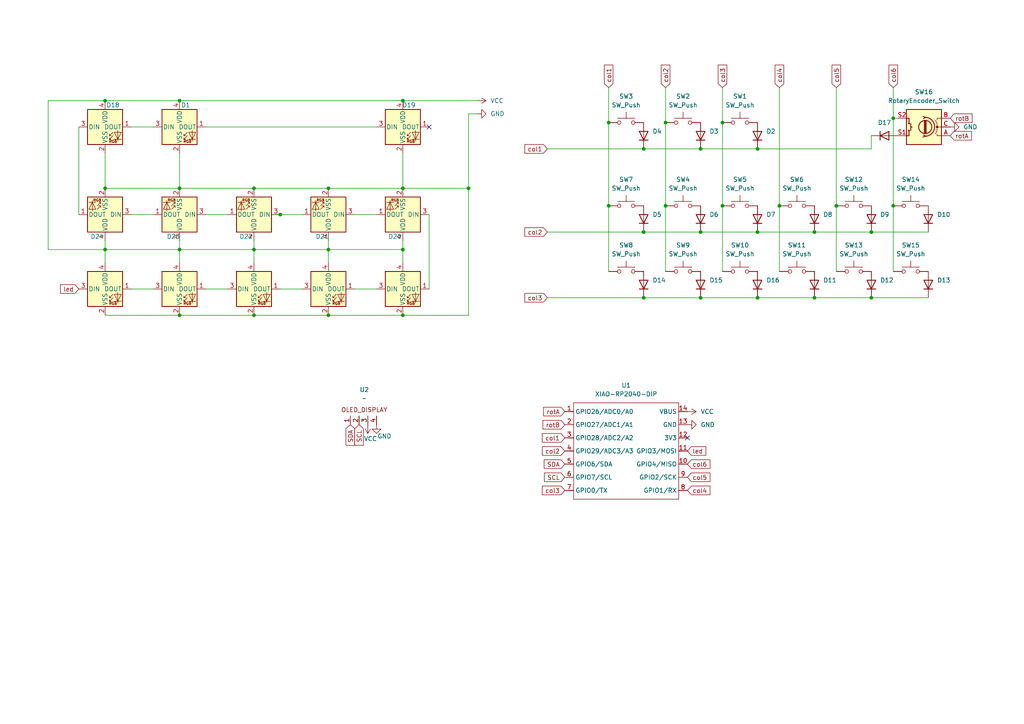
<source format=kicad_sch>
(kicad_sch (version 20250114) (generator "eeschema") (generator_version "9.0")
  (paper "A4")
  (lib_symbols
    (symbol "Device:RotaryEncoder_Switch" (pin_names (offset 0.254) (hide yes))
      (property "Reference" "SW" (at 0 6.604 0))
      (property "Value" "RotaryEncoder_Switch" (at 0 -6.604 0))
      (symbol "RotaryEncoder_Switch_0_1"
        (rectangle (start -5.08 5.08) (end 5.08 -5.08) (stroke (width 0.254)) (fill (type background)))
        (polyline (pts (xy -5.08 2.54) (xy -3.81 2.54) (xy -3.81 2.032)))
        (polyline (pts (xy -5.08 0) (xy -3.81 0) (xy -3.81 -1.016) (xy -3.302 -2.032)))
        (polyline (pts (xy -5.08 -2.54) (xy -3.81 -2.54) (xy -3.81 -2.032)))
        (polyline (pts (xy -4.318 0) (xy -3.81 0) (xy -3.81 1.016) (xy -3.302 2.032)))
        (circle (center -3.81 0) (radius 0.254) (fill (type outline)))
        (polyline (pts (xy -0.635 -1.778) (xy -0.635 1.778)) (stroke (width 0.254)))
        (circle (center -0.381 0) (radius 1.905) (stroke (width 0.254)))
        (polyline (pts (xy -0.381 -1.778) (xy -0.381 1.778)) (stroke (width 0.254)))
        (arc (start -0.381 -2.794) (mid -3.0988 -0.0635) (end -0.381 2.667) (stroke (width 0.254)))
        (polyline (pts (xy -0.127 1.778) (xy -0.127 -1.778)) (stroke (width 0.254)))
        (polyline (pts (xy 0.254 2.921) (xy -0.508 2.667) (xy 0.127 2.286)) (stroke (width 0.254)))
        (polyline (pts (xy 0.254 -3.048) (xy -0.508 -2.794) (xy 0.127 -2.413)) (stroke (width 0.254)))
        (polyline (pts (xy 3.81 1.016) (xy 3.81 -1.016)) (stroke (width 0.254)))
        (polyline (pts (xy 3.81 0) (xy 3.429 0)) (stroke (width 0.254)))
        (circle (center 4.318 1.016) (radius 0.127) (stroke (width 0.254)))
        (circle (center 4.318 -1.016) (radius 0.127) (stroke (width 0.254)))
        (polyline (pts (xy 5.08 2.54) (xy 4.318 2.54) (xy 4.318 1.016)) (stroke (width 0.254)))
        (polyline (pts (xy 5.08 -2.54) (xy 4.318 -2.54) (xy 4.318 -1.016)) (stroke (width 0.254)))
      )
      (symbol "RotaryEncoder_Switch_1_1"
        (pin passive line (at -7.62 2.54 0) (length 2.54) (name "A") (number "A"))
        (pin passive line (at -7.62 0 0) (length 2.54) (name "C") (number "C"))
        (pin passive line (at -7.62 -2.54 0) (length 2.54) (name "B") (number "B"))
        (pin passive line (at 7.62 2.54 180) (length 2.54) (name "S1") (number "S1"))
        (pin passive line (at 7.62 -2.54 180) (length 2.54) (name "S2") (number "S2"))
      )
    )
    (symbol "Diode:1N4148WT" (pin_numbers (hide yes)) (pin_names (hide yes))
      (property "Reference" "D" (at 0 2.54 0))
      (property "Value" "1N4148WT" (at 0 -2.54 0))
      (symbol "1N4148WT_0_1"
        (polyline (pts (xy -1.27 1.27) (xy -1.27 -1.27)) (stroke (width 0.254)))
        (polyline (pts (xy 1.27 1.27) (xy 1.27 -1.27) (xy -1.27 0) (xy 1.27 1.27)) (stroke (width 0.254)))
        (polyline (pts (xy 1.27 0) (xy -1.27 0)))
      )
      (symbol "1N4148WT_1_1"
        (pin passive line (at -3.81 0 0) (length 2.54) (name "K") (number "1"))
        (pin passive line (at 3.81 0 180) (length 2.54) (name "A") (number "2"))
      )
    )
    (symbol "Display_Graphic:oled_4_pin"
      (property "Reference" "U1" (at 0 0 0))
      (symbol "oled_4_pin_1_1"
        (text "OLED_DISPLAY" (at 0.254 -2.032 0) (effects (font (size 1.27 1.27))))
        (pin input line (at -3.81 -6.35 90) (length 2.54) (name "") (number "1"))
        (pin input line (at -1.27 -6.35 90) (length 2.54) (name "") (number "2"))
        (pin input line (at 1.27 -6.35 90) (length 2.54) (name "") (number "3"))
        (pin input line (at 3.81 -6.35 90) (length 2.54) (name "") (number "4"))
      )
    )
    (symbol "LED:SK6812MINI" (pin_names (offset 0.254))
      (property "Reference" "D" (at 5.08 5.715 0))
      (property "Value" "SK6812MINI" (at 1.27 -5.715 0))
      (symbol "SK6812MINI_0_0"
        (text "RGB" (at 2.286 -4.191 0) (effects (font (size 0.762 0.762))))
      )
      (symbol "SK6812MINI_0_1"
        (polyline (pts (xy 1.27 -2.54) (xy 1.778 -2.54)))
        (polyline (pts (xy 1.27 -3.556) (xy 1.778 -3.556)))
        (polyline (pts (xy 2.286 -1.524) (xy 1.27 -2.54) (xy 1.27 -2.032)))
        (polyline (pts (xy 2.286 -2.54) (xy 1.27 -3.556) (xy 1.27 -3.048)))
        (polyline (pts (xy 3.683 -1.016) (xy 3.683 -3.556) (xy 3.683 -4.064)))
        (polyline (pts (xy 4.699 -1.524) (xy 2.667 -1.524) (xy 3.683 -3.556) (xy 4.699 -1.524)))
        (polyline (pts (xy 4.699 -3.556) (xy 2.667 -3.556)))
        (rectangle (start 5.08 5.08) (end -5.08 -5.08) (stroke (width 0.254)) (fill (type background)))
      )
      (symbol "SK6812MINI_1_1"
        (pin input line (at -7.62 0 0) (length 2.54) (name "DIN") (number "3"))
        (pin power_in line (at 0 7.62 270) (length 2.54) (name "VDD") (number "4"))
        (pin power_in line (at 0 -7.62 90) (length 2.54) (name "VSS") (number "2"))
        (pin output line (at 7.62 0 180) (length 2.54) (name "DOUT") (number "1"))
      )
    )
    (symbol "OPL_lirbary:XIAO-RP2040-DIP"
      (property "Reference" "U" (at 0 0 0))
      (property "Value" "XIAO-RP2040-DIP" (at 5.334 -1.778 0))
      (symbol "XIAO-RP2040-DIP_1_0"
        (polyline (pts (xy -1.27 -2.54) (xy 29.21 -2.54)) (stroke (width 0.1524)))
        (polyline (pts (xy -1.27 -5.08) (xy -2.54 -5.08)) (stroke (width 0.1524)))
        (polyline (pts (xy -1.27 -5.08) (xy -1.27 -2.54)) (stroke (width 0.1524)))
        (polyline (pts (xy -1.27 -8.89) (xy -2.54 -8.89)) (stroke (width 0.1524)))
        (polyline (pts (xy -1.27 -8.89) (xy -1.27 -5.08)) (stroke (width 0.1524)))
        (polyline (pts (xy -1.27 -12.7) (xy -2.54 -12.7)) (stroke (width 0.1524)))
        (polyline (pts (xy -1.27 -12.7) (xy -1.27 -8.89)) (stroke (width 0.1524)))
        (polyline (pts (xy -1.27 -16.51) (xy -2.54 -16.51)) (stroke (width 0.1524)))
        (polyline (pts (xy -1.27 -16.51) (xy -1.27 -12.7)) (stroke (width 0.1524)))
        (polyline (pts (xy -1.27 -20.32) (xy -2.54 -20.32)) (stroke (width 0.1524)))
        (polyline (pts (xy -1.27 -24.13) (xy -2.54 -24.13)) (stroke (width 0.1524)))
        (polyline (pts (xy -1.27 -27.94) (xy -2.54 -27.94)) (stroke (width 0.1524)))
        (polyline (pts (xy -1.27 -30.48) (xy -1.27 -16.51)) (stroke (width 0.1524)))
        (polyline (pts (xy 29.21 -2.54) (xy 29.21 -5.08)) (stroke (width 0.1524)))
        (polyline (pts (xy 29.21 -5.08) (xy 29.21 -8.89)) (stroke (width 0.1524)))
        (polyline (pts (xy 29.21 -8.89) (xy 29.21 -12.7)) (stroke (width 0.1524)))
        (polyline (pts (xy 29.21 -12.7) (xy 29.21 -30.48)) (stroke (width 0.1524)))
        (polyline (pts (xy 29.21 -30.48) (xy -1.27 -30.48)) (stroke (width 0.1524)))
        (polyline (pts (xy 30.48 -5.08) (xy 29.21 -5.08)) (stroke (width 0.1524)))
        (polyline (pts (xy 30.48 -8.89) (xy 29.21 -8.89)) (stroke (width 0.1524)))
        (polyline (pts (xy 30.48 -12.7) (xy 29.21 -12.7)) (stroke (width 0.1524)))
        (polyline (pts (xy 30.48 -16.51) (xy 29.21 -16.51)) (stroke (width 0.1524)))
        (polyline (pts (xy 30.48 -20.32) (xy 29.21 -20.32)) (stroke (width 0.1524)))
        (polyline (pts (xy 30.48 -24.13) (xy 29.21 -24.13)) (stroke (width 0.1524)))
        (polyline (pts (xy 30.48 -27.94) (xy 29.21 -27.94)) (stroke (width 0.1524)))
        (pin passive line (at -3.81 -5.08 0) (length 2.54) (name "GPIO26/ADC0/A0") (number "1"))
        (pin passive line (at -3.81 -8.89 0) (length 2.54) (name "GPIO27/ADC1/A1") (number "2"))
        (pin passive line (at -3.81 -12.7 0) (length 2.54) (name "GPIO28/ADC2/A2") (number "3"))
        (pin passive line (at -3.81 -16.51 0) (length 2.54) (name "GPIO29/ADC3/A3") (number "4"))
        (pin passive line (at -3.81 -20.32 0) (length 2.54) (name "GPIO6/SDA") (number "5"))
        (pin passive line (at -3.81 -24.13 0) (length 2.54) (name "GPIO7/SCL") (number "6"))
        (pin passive line (at -3.81 -27.94 0) (length 2.54) (name "GPIO0/TX") (number "7"))
        (pin passive line (at 31.75 -5.08 180) (length 2.54) (name "VBUS") (number "14"))
        (pin passive line (at 31.75 -8.89 180) (length 2.54) (name "GND") (number "13"))
        (pin passive line (at 31.75 -12.7 180) (length 2.54) (name "3V3") (number "12"))
        (pin passive line (at 31.75 -16.51 180) (length 2.54) (name "GPIO3/MOSI") (number "11"))
        (pin passive line (at 31.75 -20.32 180) (length 2.54) (name "GPIO4/MISO") (number "10"))
        (pin passive line (at 31.75 -24.13 180) (length 2.54) (name "GPIO2/SCK") (number "9"))
        (pin passive line (at 31.75 -27.94 180) (length 2.54) (name "GPIO1/RX") (number "8"))
      )
    )
    (symbol "Switch:SW_Push" (pin_numbers (hide yes)) (pin_names (offset 1.016) (hide yes))
      (property "Reference" "SW" (at 1.27 2.54 0))
      (property "Value" "SW_Push" (at 0 -1.524 0))
      (symbol "SW_Push_0_1"
        (circle (center -2.032 0) (radius 0.508))
        (polyline (pts (xy 0 1.27) (xy 0 3.048)))
        (circle (center 2.032 0) (radius 0.508))
        (polyline (pts (xy 2.54 1.27) (xy -2.54 1.27)))
        (pin passive line (at -5.08 0 0) (length 2.54) (name "1") (number "1"))
        (pin passive line (at 5.08 0 180) (length 2.54) (name "2") (number "2"))
      )
    )
    (symbol "power:GND" (power) (pin_numbers (hide yes)) (pin_names (offset 0) (hide yes))
      (property "Value" "GND" (at 0 -3.81 0))
      (symbol "GND_0_1"
        (polyline (pts (xy 0 0) (xy 0 -1.27) (xy 1.27 -1.27) (xy 0 -2.54) (xy -1.27 -1.27) (xy 0 -1.27)))
      )
      (symbol "GND_1_1"
        (pin power_in line (at 0 0 270) (length 0) (name "~") (number "1"))
      )
    )
    (symbol "power:VCC" (power) (pin_numbers (hide yes)) (pin_names (offset 0) (hide yes))
      (property "Value" "VCC" (at 0 3.556 0))
      (symbol "VCC_0_1"
        (polyline (pts (xy -0.762 1.27) (xy 0 2.54)))
        (polyline (pts (xy 0 2.54) (xy 0.762 1.27)))
        (polyline (pts (xy 0 0) (xy 0 2.54)))
      )
      (symbol "VCC_1_1"
        (pin power_in line (at 0 0 90) (length 0) (name "~") (number "1"))
      )
    )
  )
  (junction (at 52.07 29.21))
  (junction (at 116.84 29.21))
  (junction (at 116.84 91.44))
  (junction (at 242.57 59.69))
  (junction (at 52.07 72.39))
  (junction (at 176.53 59.69))
  (junction (at 203.2 86.36))
  (junction (at 30.48 72.39))
  (junction (at 186.69 43.18))
  (junction (at 95.25 72.39))
  (junction (at 259.08 34.29))
  (junction (at 236.22 67.31))
  (junction (at 259.08 59.69))
  (junction (at 81.28 62.23))
  (junction (at 95.25 54.61))
  (junction (at 135.89 54.61))
  (junction (at 176.53 35.56))
  (junction (at 52.07 54.61))
  (junction (at 73.66 72.39))
  (junction (at 209.55 35.56))
  (junction (at 186.69 86.36))
  (junction (at 30.48 29.21))
  (junction (at 203.2 67.31))
  (junction (at 203.2 43.18))
  (junction (at 219.71 86.36))
  (junction (at 209.55 59.69))
  (junction (at 116.84 54.61))
  (junction (at 193.04 35.56))
  (junction (at 252.73 67.31))
  (junction (at 236.22 86.36))
  (junction (at 73.66 54.61))
  (junction (at 30.48 54.61))
  (junction (at 193.04 59.69))
  (junction (at 186.69 67.31))
  (junction (at 219.71 43.18))
  (junction (at 116.84 72.39))
  (junction (at 95.25 91.44))
  (junction (at 226.06 59.69))
  (junction (at 52.07 91.44))
  (junction (at 252.73 86.36))
  (junction (at 73.66 91.44))
  (junction (at 219.71 67.31))
  (no_connect (at 124.46 36.83))
  (no_connect (at 199.39 127))
  (wire (pts (xy 259.08 25.4) (xy 259.08 34.29)))
  (wire (pts (xy 176.53 59.69) (xy 176.53 78.74)))
  (wire (pts (xy 252.73 43.18) (xy 219.71 43.18)))
  (wire (pts (xy 176.53 25.4) (xy 176.53 35.56)))
  (wire (pts (xy 116.84 76.2) (xy 116.84 72.39)))
  (wire (pts (xy 52.07 54.61) (xy 73.66 54.61)))
  (wire (pts (xy 186.69 67.31) (xy 203.2 67.31)))
  (wire (pts (xy 252.73 39.37) (xy 252.73 43.18)))
  (wire (pts (xy 242.57 59.69) (xy 242.57 78.74)))
  (wire (pts (xy 73.66 91.44) (xy 95.25 91.44)))
  (wire (pts (xy 52.07 69.85) (xy 52.07 72.39)))
  (wire (pts (xy 219.71 67.31) (xy 236.22 67.31)))
  (wire (pts (xy 95.25 54.61) (xy 116.84 54.61)))
  (wire (pts (xy 73.66 72.39) (xy 73.66 76.2)))
  (wire (pts (xy 30.48 44.45) (xy 30.48 54.61)))
  (wire (pts (xy 236.22 67.31) (xy 252.73 67.31)))
  (wire (pts (xy 95.25 72.39) (xy 95.25 76.2)))
  (wire (pts (xy 203.2 43.18) (xy 219.71 43.18)))
  (wire (pts (xy 226.06 25.4) (xy 226.06 59.69)))
  (wire (pts (xy 116.84 29.21) (xy 52.07 29.21)))
  (wire (pts (xy 38.1 36.83) (xy 44.45 36.83)))
  (wire (pts (xy 236.22 86.36) (xy 252.73 86.36)))
  (wire (pts (xy 73.66 72.39) (xy 95.25 72.39)))
  (wire (pts (xy 52.07 29.21) (xy 30.48 29.21)))
  (wire (pts (xy 95.25 91.44) (xy 116.84 91.44)))
  (wire (pts (xy 193.04 59.69) (xy 193.04 78.74)))
  (wire (pts (xy 259.08 59.69) (xy 259.08 78.74)))
  (wire (pts (xy 226.06 59.69) (xy 226.06 78.74)))
  (wire (pts (xy 52.07 44.45) (xy 52.07 54.61)))
  (wire (pts (xy 135.89 33.02) (xy 135.89 54.61)))
  (wire (pts (xy 52.07 72.39) (xy 52.07 76.2)))
  (wire (pts (xy 158.75 67.31) (xy 186.69 67.31)))
  (wire (pts (xy 102.87 83.82) (xy 109.22 83.82)))
  (wire (pts (xy 73.66 54.61) (xy 95.25 54.61)))
  (wire (pts (xy 30.48 69.85) (xy 30.48 72.39)))
  (wire (pts (xy 30.48 91.44) (xy 52.07 91.44)))
  (wire (pts (xy 193.04 25.4) (xy 193.04 35.56)))
  (wire (pts (xy 52.07 91.44) (xy 73.66 91.44)))
  (wire (pts (xy 252.73 67.31) (xy 269.24 67.31)))
  (wire (pts (xy 30.48 72.39) (xy 52.07 72.39)))
  (wire (pts (xy 209.55 35.56) (xy 209.55 59.69)))
  (wire (pts (xy 203.2 67.31) (xy 219.71 67.31)))
  (wire (pts (xy 59.69 62.23) (xy 66.04 62.23)))
  (wire (pts (xy 193.04 35.56) (xy 193.04 59.69)))
  (wire (pts (xy 38.1 62.23) (xy 44.45 62.23)))
  (wire (pts (xy 102.87 62.23) (xy 109.22 62.23)))
  (wire (pts (xy 209.55 59.69) (xy 209.55 78.74)))
  (wire (pts (xy 242.57 25.4) (xy 242.57 59.69)))
  (wire (pts (xy 158.75 86.36) (xy 186.69 86.36)))
  (wire (pts (xy 116.84 69.85) (xy 116.84 72.39)))
  (wire (pts (xy 30.48 76.2) (xy 30.48 72.39)))
  (wire (pts (xy 30.48 54.61) (xy 52.07 54.61)))
  (wire (pts (xy 22.86 36.83) (xy 22.86 62.23)))
  (wire (pts (xy 135.89 91.44) (xy 135.89 54.61)))
  (wire (pts (xy 116.84 91.44) (xy 135.89 91.44)))
  (wire (pts (xy 135.89 33.02) (xy 138.43 33.02)))
  (wire (pts (xy 52.07 72.39) (xy 73.66 72.39)))
  (wire (pts (xy 259.08 34.29) (xy 259.08 59.69)))
  (wire (pts (xy 59.69 83.82) (xy 66.04 83.82)))
  (wire (pts (xy 124.46 62.23) (xy 124.46 83.82)))
  (wire (pts (xy 158.75 43.18) (xy 186.69 43.18)))
  (wire (pts (xy 13.97 72.39) (xy 30.48 72.39)))
  (wire (pts (xy 95.25 69.85) (xy 95.25 72.39)))
  (wire (pts (xy 81.28 83.82) (xy 87.63 83.82)))
  (wire (pts (xy 81.28 62.23) (xy 87.63 62.23)))
  (wire (pts (xy 186.69 86.36) (xy 203.2 86.36)))
  (wire (pts (xy 176.53 35.56) (xy 176.53 59.69)))
  (wire (pts (xy 186.69 43.18) (xy 203.2 43.18)))
  (wire (pts (xy 95.25 72.39) (xy 116.84 72.39)))
  (wire (pts (xy 203.2 86.36) (xy 219.71 86.36)))
  (wire (pts (xy 116.84 29.21) (xy 138.43 29.21)))
  (wire (pts (xy 13.97 29.21) (xy 13.97 72.39)))
  (wire (pts (xy 30.48 29.21) (xy 13.97 29.21)))
  (wire (pts (xy 259.08 34.29) (xy 260.35 34.29)))
  (wire (pts (xy 73.66 69.85) (xy 73.66 72.39)))
  (wire (pts (xy 80.01 62.23) (xy 81.28 62.23)))
  (wire (pts (xy 59.69 36.83) (xy 109.22 36.83)))
  (wire (pts (xy 38.1 83.82) (xy 44.45 83.82)))
  (wire (pts (xy 209.55 25.4) (xy 209.55 35.56)))
  (wire (pts (xy 116.84 54.61) (xy 135.89 54.61)))
  (wire (pts (xy 219.71 86.36) (xy 236.22 86.36)))
  (wire (pts (xy 116.84 44.45) (xy 116.84 54.61)))
  (wire (pts (xy 252.73 86.36) (xy 269.24 86.36)))
  (global_label "col2" (shape input) (at 193.04 25.4 90) (property "Intersheetrefs" "${INTERSHEET_REFS}" (effects (hide yes))))
  (global_label "rotB" (shape input) (at 163.83 123.19 180) (property "Intersheetrefs" "${INTERSHEET_REFS}" (effects (hide yes))))
  (global_label "col2" (shape input) (at 163.83 130.81 180) (property "Intersheetrefs" "${INTERSHEET_REFS}" (effects (hide yes))))
  (global_label "SCL" (shape input) (at 104.14 123.19 270) (property "Intersheetrefs" "${INTERSHEET_REFS}" (effects (hide yes))))
  (global_label "col1" (shape input) (at 176.53 25.4 90) (property "Intersheetrefs" "${INTERSHEET_REFS}" (effects (hide yes))))
  (global_label "SDA" (shape input) (at 163.83 134.62 180) (property "Intersheetrefs" "${INTERSHEET_REFS}" (effects (hide yes))))
  (global_label "col1" (shape input) (at 163.83 127 180) (property "Intersheetrefs" "${INTERSHEET_REFS}" (effects (hide yes))))
  (global_label "col5" (shape input) (at 199.39 138.43 0) (property "Intersheetrefs" "${INTERSHEET_REFS}" (effects (hide yes))))
  (global_label "col3" (shape input) (at 163.83 142.24 180) (property "Intersheetrefs" "${INTERSHEET_REFS}" (effects (hide yes))))
  (global_label "col4" (shape input) (at 226.06 25.4 90) (property "Intersheetrefs" "${INTERSHEET_REFS}" (effects (hide yes))))
  (global_label "led" (shape input) (at 199.39 130.81 0) (property "Intersheetrefs" "${INTERSHEET_REFS}" (effects (hide yes))))
  (global_label "col5" (shape input) (at 242.57 25.4 90) (property "Intersheetrefs" "${INTERSHEET_REFS}" (effects (hide yes))))
  (global_label "col4" (shape input) (at 199.39 142.24 0) (property "Intersheetrefs" "${INTERSHEET_REFS}" (effects (hide yes))))
  (global_label "led" (shape input) (at 22.86 83.82 180) (property "Intersheetrefs" "${INTERSHEET_REFS}" (effects (hide yes))))
  (global_label "rotA" (shape input) (at 275.59 39.37 0) (property "Intersheetrefs" "${INTERSHEET_REFS}" (effects (hide yes))))
  (global_label "col1" (shape input) (at 158.75 43.18 180) (property "Intersheetrefs" "${INTERSHEET_REFS}" (effects (hide yes))))
  (global_label "col6" (shape input) (at 199.39 134.62 0) (property "Intersheetrefs" "${INTERSHEET_REFS}" (effects (hide yes))))
  (global_label "rotB" (shape input) (at 275.59 34.29 0) (property "Intersheetrefs" "${INTERSHEET_REFS}" (effects (hide yes))))
  (global_label "SDA" (shape input) (at 101.6 123.19 270) (property "Intersheetrefs" "${INTERSHEET_REFS}" (effects (hide yes))))
  (global_label "SCL" (shape input) (at 163.83 138.43 180) (property "Intersheetrefs" "${INTERSHEET_REFS}" (effects (hide yes))))
  (global_label "col6" (shape input) (at 259.08 25.4 90) (property "Intersheetrefs" "${INTERSHEET_REFS}" (effects (hide yes))))
  (global_label "rotA" (shape input) (at 163.83 119.38 180) (property "Intersheetrefs" "${INTERSHEET_REFS}" (effects (hide yes))))
  (global_label "col3" (shape input) (at 158.75 86.36 180) (property "Intersheetrefs" "${INTERSHEET_REFS}" (effects (hide yes))))
  (global_label "col2" (shape input) (at 158.75 67.31 180) (property "Intersheetrefs" "${INTERSHEET_REFS}" (effects (hide yes))))
  (global_label "col3" (shape input) (at 209.55 25.4 90) (property "Intersheetrefs" "${INTERSHEET_REFS}" (effects (hide yes))))
  (symbol (lib_id "Diode:1N4148WT") (at 219.71 39.37 90) (unit 1)
    (property "Reference" "D2" (at 222.25 38.0999 90) (effects (justify right)))
    (property "Value" "1N4148WT" (effects (hide yes)))
    (property "Footprint" "Diode_THT:D_DO-35_SOD27_P7.62mm_Horizontal" (effects (hide yes)))
    (property "Datasheet" "https://www.diodes.com/assets/Datasheets/ds30396.pdf" (effects (hide yes)))
    (property "Description" "75V 0.15A Fast switching Diode, SOD-523" (effects (hide yes)))
    (property "Sim.Device" "D" (effects (hide yes)))
    (property "Sim.Pins" "1=K 2=A" (effects (hide yes)))
  )
  (symbol (lib_id "OPL_lirbary:XIAO-RP2040-DIP") (at 167.64 114.3 0) (unit 1)
    (property "Reference" "U1" (at 181.61 111.76 0))
    (property "Value" "XIAO-RP2040-DIP" (at 181.61 114.3 0))
    (property "Footprint" "opl_lairbaeryeabr footpeo:XIAO-RP2040-DIP" (effects (hide yes)))
  )
  (symbol (lib_id "LED:SK6812MINI") (at 73.66 83.82 0) (unit 1)
    (property "Reference" "D27" (effects (hide yes)))
    (property "Value" "SK6812MINI" (effects (hide yes)))
    (property "Footprint" "LED_SMD:LED_SK6812MINI_PLCC4_3.5x3.5mm_P1.75mm" (effects (hide yes)))
    (property "Datasheet" "https://cdn-shop.adafruit.com/product-files/2686/SK6812MINI_REV.01-1-2.pdf" (effects (hide yes)))
    (property "Description" "RGB LED with integrated controller" (effects (hide yes)))
  )
  (symbol (lib_id "Diode:1N4148WT") (at 269.24 63.5 90) (unit 1)
    (property "Reference" "D10" (at 271.78 62.2299 90) (effects (justify right)))
    (property "Value" "1N4148WT" (effects (hide yes)))
    (property "Footprint" "Diode_THT:D_DO-35_SOD27_P7.62mm_Horizontal" (effects (hide yes)))
    (property "Datasheet" "https://www.diodes.com/assets/Datasheets/ds30396.pdf" (effects (hide yes)))
    (property "Description" "75V 0.15A Fast switching Diode, SOD-523" (effects (hide yes)))
    (property "Sim.Device" "D" (effects (hide yes)))
    (property "Sim.Pins" "1=K 2=A" (effects (hide yes)))
  )
  (symbol (lib_id "power:GND") (at 275.59 36.83 90) (unit 1)
    (property "Reference" "#PWR01" (effects (hide yes)))
    (property "Value" "GND" (at 279.4 36.8299 90) (effects (justify right)))
    (property "Description" "Power symbol creates a global label with name \"GND\" , ground" (effects (hide yes)))
  )
  (symbol (lib_id "LED:SK6812MINI") (at 30.48 36.83 0) (unit 1)
    (property "Reference" "D18" (at 32.766 30.48 0))
    (property "Value" "SK6812MINI" (effects (hide yes)))
    (property "Footprint" "LED_SMD:LED_SK6812MINI_PLCC4_3.5x3.5mm_P1.75mm" (effects (hide yes)))
    (property "Datasheet" "https://cdn-shop.adafruit.com/product-files/2686/SK6812MINI_REV.01-1-2.pdf" (effects (hide yes)))
    (property "Description" "RGB LED with integrated controller" (effects (hide yes)))
  )
  (symbol (lib_id "Diode:1N4148WT") (at 186.69 63.5 90) (unit 1)
    (property "Reference" "D5" (at 189.23 62.2299 90) (effects (justify right)))
    (property "Value" "1N4148WT" (effects (hide yes)))
    (property "Footprint" "Diode_THT:D_DO-35_SOD27_P7.62mm_Horizontal" (effects (hide yes)))
    (property "Datasheet" "https://www.diodes.com/assets/Datasheets/ds30396.pdf" (effects (hide yes)))
    (property "Description" "75V 0.15A Fast switching Diode, SOD-523" (effects (hide yes)))
    (property "Sim.Device" "D" (effects (hide yes)))
    (property "Sim.Pins" "1=K 2=A" (effects (hide yes)))
  )
  (symbol (lib_id "LED:SK6812MINI") (at 52.07 83.82 0) (unit 1)
    (property "Reference" "D26" (effects (hide yes)))
    (property "Value" "SK6812MINI" (effects (hide yes)))
    (property "Footprint" "LED_SMD:LED_SK6812MINI_PLCC4_3.5x3.5mm_P1.75mm" (effects (hide yes)))
    (property "Datasheet" "https://cdn-shop.adafruit.com/product-files/2686/SK6812MINI_REV.01-1-2.pdf" (effects (hide yes)))
    (property "Description" "RGB LED with integrated controller" (effects (hide yes)))
  )
  (symbol (lib_id "Switch:SW_Push") (at 181.61 78.74 0) (unit 1)
    (property "Reference" "SW8" (at 181.61 71.12 0))
    (property "Value" "SW_Push" (at 181.61 73.66 0))
    (property "Footprint" "Button_Switch_Keyboard:SW_Cherry_MX_1.00u_PCB" (effects (hide yes)))
    (property "Description" "Push button switch, generic, two pins" (effects (hide yes)))
  )
  (symbol (lib_id "Diode:1N4148WT") (at 236.22 82.55 90) (unit 1)
    (property "Reference" "D11" (at 238.76 81.2799 90) (effects (justify right)))
    (property "Value" "1N4148WT" (effects (hide yes)))
    (property "Footprint" "Diode_THT:D_DO-35_SOD27_P7.62mm_Horizontal" (effects (hide yes)))
    (property "Datasheet" "https://www.diodes.com/assets/Datasheets/ds30396.pdf" (effects (hide yes)))
    (property "Description" "75V 0.15A Fast switching Diode, SOD-523" (effects (hide yes)))
    (property "Sim.Device" "D" (effects (hide yes)))
    (property "Sim.Pins" "1=K 2=A" (effects (hide yes)))
  )
  (symbol (lib_id "power:VCC") (at 199.39 119.38 270) (unit 1)
    (property "Reference" "#PWR04" (effects (hide yes)))
    (property "Value" "VCC" (at 203.2 119.3799 90) (effects (justify left)))
    (property "Description" "Power symbol creates a global label with name \"VCC\"" (effects (hide yes)))
  )
  (symbol (lib_id "LED:SK6812MINI") (at 116.84 36.83 0) (unit 1)
    (property "Reference" "D19" (at 118.618 30.48 0))
    (property "Value" "SK6812MINI" (effects (hide yes)))
    (property "Footprint" "LED_SMD:LED_SK6812MINI_PLCC4_3.5x3.5mm_P1.75mm" (effects (hide yes)))
    (property "Datasheet" "https://cdn-shop.adafruit.com/product-files/2686/SK6812MINI_REV.01-1-2.pdf" (effects (hide yes)))
    (property "Description" "RGB LED with integrated controller" (effects (hide yes)))
  )
  (symbol (lib_id "LED:SK6812MINI") (at 73.66 62.23 180) (unit 1)
    (property "Reference" "D22" (at 71.374 68.58 0))
    (property "Value" "SK6812MINI" (effects (hide yes)))
    (property "Footprint" "LED_SMD:LED_SK6812MINI_PLCC4_3.5x3.5mm_P1.75mm" (effects (hide yes)))
    (property "Datasheet" "https://cdn-shop.adafruit.com/product-files/2686/SK6812MINI_REV.01-1-2.pdf" (effects (hide yes)))
    (property "Description" "RGB LED with integrated controller" (effects (hide yes)))
  )
  (symbol (lib_id "power:VCC") (at 138.43 29.21 270) (unit 1)
    (property "Reference" "#PWR03" (effects (hide yes)))
    (property "Value" "VCC" (at 142.24 29.2099 90) (effects (justify left)))
    (property "Description" "Power symbol creates a global label with name \"VCC\"" (effects (hide yes)))
  )
  (symbol (lib_id "Switch:SW_Push") (at 247.65 78.74 0) (unit 1)
    (property "Reference" "SW13" (at 247.65 71.12 0))
    (property "Value" "SW_Push" (at 247.65 73.66 0))
    (property "Footprint" "Button_Switch_Keyboard:SW_Cherry_MX_1.00u_PCB" (effects (hide yes)))
    (property "Description" "Push button switch, generic, two pins" (effects (hide yes)))
  )
  (symbol (lib_id "LED:SK6812MINI") (at 52.07 62.23 180) (unit 1)
    (property "Reference" "D23" (at 50.292 68.58 0))
    (property "Value" "SK6812MINI" (effects (hide yes)))
    (property "Footprint" "LED_SMD:LED_SK6812MINI_PLCC4_3.5x3.5mm_P1.75mm" (effects (hide yes)))
    (property "Datasheet" "https://cdn-shop.adafruit.com/product-files/2686/SK6812MINI_REV.01-1-2.pdf" (effects (hide yes)))
    (property "Description" "RGB LED with integrated controller" (effects (hide yes)))
  )
  (symbol (lib_id "power:VCC") (at 106.68 123.19 180) (unit 1)
    (property "Reference" "#PWR06" (effects (hide yes)))
    (property "Value" "VCC" (at 107.442 127.254 0))
    (property "Description" "Power symbol creates a global label with name \"VCC\"" (effects (hide yes)))
  )
  (symbol (lib_id "Switch:SW_Push") (at 198.12 35.56 0) (unit 1)
    (property "Reference" "SW2" (at 198.12 27.94 0))
    (property "Value" "SW_Push" (at 198.12 30.48 0))
    (property "Footprint" "Button_Switch_Keyboard:SW_Cherry_MX_1.00u_PCB" (effects (hide yes)))
    (property "Description" "Push button switch, generic, two pins" (effects (hide yes)))
  )
  (symbol (lib_id "Diode:1N4148WT") (at 219.71 63.5 90) (unit 1)
    (property "Reference" "D7" (at 222.25 62.2299 90) (effects (justify right)))
    (property "Value" "1N4148WT" (effects (hide yes)))
    (property "Footprint" "Diode_THT:D_DO-35_SOD27_P7.62mm_Horizontal" (effects (hide yes)))
    (property "Datasheet" "https://www.diodes.com/assets/Datasheets/ds30396.pdf" (effects (hide yes)))
    (property "Description" "75V 0.15A Fast switching Diode, SOD-523" (effects (hide yes)))
    (property "Sim.Device" "D" (effects (hide yes)))
    (property "Sim.Pins" "1=K 2=A" (effects (hide yes)))
  )
  (symbol (lib_id "LED:SK6812MINI") (at 52.07 36.83 0) (unit 1)
    (property "Reference" "D1" (at 53.848 30.48 0))
    (property "Value" "SK6812MINI" (effects (hide yes)))
    (property "Footprint" "LED_SMD:LED_SK6812MINI_PLCC4_3.5x3.5mm_P1.75mm" (effects (hide yes)))
    (property "Datasheet" "https://cdn-shop.adafruit.com/product-files/2686/SK6812MINI_REV.01-1-2.pdf" (effects (hide yes)))
    (property "Description" "RGB LED with integrated controller" (effects (hide yes)))
  )
  (symbol (lib_id "Switch:SW_Push") (at 214.63 78.74 0) (unit 1)
    (property "Reference" "SW10" (at 214.63 71.12 0))
    (property "Value" "SW_Push" (at 214.63 73.66 0))
    (property "Footprint" "Button_Switch_Keyboard:SW_Cherry_MX_1.00u_PCB" (effects (hide yes)))
    (property "Description" "Push button switch, generic, two pins" (effects (hide yes)))
  )
  (symbol (lib_id "Diode:1N4148WT") (at 203.2 39.37 90) (unit 1)
    (property "Reference" "D3" (at 205.74 38.0999 90) (effects (justify right)))
    (property "Value" "1N4148WT" (effects (hide yes)))
    (property "Footprint" "Diode_THT:D_DO-35_SOD27_P7.62mm_Horizontal" (effects (hide yes)))
    (property "Datasheet" "https://www.diodes.com/assets/Datasheets/ds30396.pdf" (effects (hide yes)))
    (property "Description" "75V 0.15A Fast switching Diode, SOD-523" (effects (hide yes)))
    (property "Sim.Device" "D" (effects (hide yes)))
    (property "Sim.Pins" "1=K 2=A" (effects (hide yes)))
  )
  (symbol (lib_id "Switch:SW_Push") (at 214.63 59.69 0) (unit 1)
    (property "Reference" "SW5" (at 214.63 52.07 0))
    (property "Value" "SW_Push" (at 214.63 54.61 0))
    (property "Footprint" "Button_Switch_Keyboard:SW_Cherry_MX_1.00u_PCB" (effects (hide yes)))
    (property "Description" "Push button switch, generic, two pins" (effects (hide yes)))
  )
  (symbol (lib_id "Diode:1N4148WT") (at 203.2 63.5 90) (unit 1)
    (property "Reference" "D6" (at 205.74 62.2299 90) (effects (justify right)))
    (property "Value" "1N4148WT" (effects (hide yes)))
    (property "Footprint" "Diode_THT:D_DO-35_SOD27_P7.62mm_Horizontal" (effects (hide yes)))
    (property "Datasheet" "https://www.diodes.com/assets/Datasheets/ds30396.pdf" (effects (hide yes)))
    (property "Description" "75V 0.15A Fast switching Diode, SOD-523" (effects (hide yes)))
    (property "Sim.Device" "D" (effects (hide yes)))
    (property "Sim.Pins" "1=K 2=A" (effects (hide yes)))
  )
  (symbol (lib_id "Diode:1N4148WT") (at 203.2 82.55 90) (unit 1)
    (property "Reference" "D15" (at 205.74 81.2799 90) (effects (justify right)))
    (property "Value" "1N4148WT" (effects (hide yes)))
    (property "Footprint" "Diode_THT:D_DO-35_SOD27_P7.62mm_Horizontal" (effects (hide yes)))
    (property "Datasheet" "https://www.diodes.com/assets/Datasheets/ds30396.pdf" (effects (hide yes)))
    (property "Description" "75V 0.15A Fast switching Diode, SOD-523" (effects (hide yes)))
    (property "Sim.Device" "D" (effects (hide yes)))
    (property "Sim.Pins" "1=K 2=A" (effects (hide yes)))
  )
  (symbol (lib_id "LED:SK6812MINI") (at 116.84 62.23 180) (unit 1)
    (property "Reference" "D20" (at 114.554 68.58 0))
    (property "Value" "SK6812MINI" (effects (hide yes)))
    (property "Footprint" "LED_SMD:LED_SK6812MINI_PLCC4_3.5x3.5mm_P1.75mm" (effects (hide yes)))
    (property "Datasheet" "https://cdn-shop.adafruit.com/product-files/2686/SK6812MINI_REV.01-1-2.pdf" (effects (hide yes)))
    (property "Description" "RGB LED with integrated controller" (effects (hide yes)))
  )
  (symbol (lib_id "Switch:SW_Push") (at 264.16 78.74 0) (unit 1)
    (property "Reference" "SW15" (at 264.16 71.12 0))
    (property "Value" "SW_Push" (at 264.16 73.66 0))
    (property "Footprint" "Button_Switch_Keyboard:SW_Cherry_MX_1.00u_PCB" (effects (hide yes)))
    (property "Description" "Push button switch, generic, two pins" (effects (hide yes)))
  )
  (symbol (lib_id "Switch:SW_Push") (at 198.12 59.69 0) (unit 1)
    (property "Reference" "SW4" (at 198.12 52.07 0))
    (property "Value" "SW_Push" (at 198.12 54.61 0))
    (property "Footprint" "Button_Switch_Keyboard:SW_Cherry_MX_1.00u_PCB" (effects (hide yes)))
    (property "Description" "Push button switch, generic, two pins" (effects (hide yes)))
  )
  (symbol (lib_id "power:GND") (at 199.39 123.19 90) (unit 1)
    (property "Reference" "#PWR02" (effects (hide yes)))
    (property "Value" "GND" (at 203.2 123.1899 90) (effects (justify right)))
    (property "Description" "Power symbol creates a global label with name \"GND\" , ground" (effects (hide yes)))
  )
  (symbol (lib_id "Diode:1N4148WT") (at 256.54 39.37 0) (unit 1)
    (property "Reference" "D17" (at 256.54 35.56 0))
    (property "Value" "1N4148WT" (effects (hide yes)))
    (property "Footprint" "Diode_THT:D_DO-35_SOD27_P7.62mm_Horizontal" (effects (hide yes)))
    (property "Datasheet" "https://www.diodes.com/assets/Datasheets/ds30396.pdf" (effects (hide yes)))
    (property "Description" "75V 0.15A Fast switching Diode, SOD-523" (effects (hide yes)))
    (property "Sim.Device" "D" (effects (hide yes)))
    (property "Sim.Pins" "1=K 2=A" (effects (hide yes)))
  )
  (symbol (lib_id "Switch:SW_Push") (at 231.14 78.74 0) (unit 1)
    (property "Reference" "SW11" (at 231.14 71.12 0))
    (property "Value" "SW_Push" (at 231.14 73.66 0))
    (property "Footprint" "Button_Switch_Keyboard:SW_Cherry_MX_1.00u_PCB" (effects (hide yes)))
    (property "Description" "Push button switch, generic, two pins" (effects (hide yes)))
  )
  (symbol (lib_id "LED:SK6812MINI") (at 95.25 62.23 180) (unit 1)
    (property "Reference" "D21" (at 93.472 68.58 0))
    (property "Value" "SK6812MINI" (effects (hide yes)))
    (property "Footprint" "LED_SMD:LED_SK6812MINI_PLCC4_3.5x3.5mm_P1.75mm" (effects (hide yes)))
    (property "Datasheet" "https://cdn-shop.adafruit.com/product-files/2686/SK6812MINI_REV.01-1-2.pdf" (effects (hide yes)))
    (property "Description" "RGB LED with integrated controller" (effects (hide yes)))
  )
  (symbol (lib_id "Switch:SW_Push") (at 181.61 35.56 0) (unit 1)
    (property "Reference" "SW3" (at 181.61 27.94 0))
    (property "Value" "SW_Push" (at 181.61 30.48 0))
    (property "Footprint" "Button_Switch_Keyboard:SW_Cherry_MX_1.00u_PCB" (effects (hide yes)))
    (property "Description" "Push button switch, generic, two pins" (effects (hide yes)))
  )
  (symbol (lib_id "Diode:1N4148WT") (at 236.22 63.5 90) (unit 1)
    (property "Reference" "D8" (at 238.76 62.2299 90) (effects (justify right)))
    (property "Value" "1N4148WT" (effects (hide yes)))
    (property "Footprint" "Diode_THT:D_DO-35_SOD27_P7.62mm_Horizontal" (effects (hide yes)))
    (property "Datasheet" "https://www.diodes.com/assets/Datasheets/ds30396.pdf" (effects (hide yes)))
    (property "Description" "75V 0.15A Fast switching Diode, SOD-523" (effects (hide yes)))
    (property "Sim.Device" "D" (effects (hide yes)))
    (property "Sim.Pins" "1=K 2=A" (effects (hide yes)))
  )
  (symbol (lib_id "Diode:1N4148WT") (at 269.24 82.55 90) (unit 1)
    (property "Reference" "D13" (at 271.78 81.2799 90) (effects (justify right)))
    (property "Value" "1N4148WT" (effects (hide yes)))
    (property "Footprint" "Diode_THT:D_DO-35_SOD27_P7.62mm_Horizontal" (effects (hide yes)))
    (property "Datasheet" "https://www.diodes.com/assets/Datasheets/ds30396.pdf" (effects (hide yes)))
    (property "Description" "75V 0.15A Fast switching Diode, SOD-523" (effects (hide yes)))
    (property "Sim.Device" "D" (effects (hide yes)))
    (property "Sim.Pins" "1=K 2=A" (effects (hide yes)))
  )
  (symbol (lib_id "LED:SK6812MINI") (at 30.48 62.23 180) (unit 1)
    (property "Reference" "D24" (at 28.194 68.58 0))
    (property "Value" "SK6812MINI" (effects (hide yes)))
    (property "Footprint" "LED_SMD:LED_SK6812MINI_PLCC4_3.5x3.5mm_P1.75mm" (effects (hide yes)))
    (property "Datasheet" "https://cdn-shop.adafruit.com/product-files/2686/SK6812MINI_REV.01-1-2.pdf" (effects (hide yes)))
    (property "Description" "RGB LED with integrated controller" (effects (hide yes)))
  )
  (symbol (lib_id "Diode:1N4148WT") (at 252.73 82.55 90) (unit 1)
    (property "Reference" "D12" (at 255.27 81.2799 90) (effects (justify right)))
    (property "Value" "1N4148WT" (effects (hide yes)))
    (property "Footprint" "Diode_THT:D_DO-35_SOD27_P7.62mm_Horizontal" (effects (hide yes)))
    (property "Datasheet" "https://www.diodes.com/assets/Datasheets/ds30396.pdf" (effects (hide yes)))
    (property "Description" "75V 0.15A Fast switching Diode, SOD-523" (effects (hide yes)))
    (property "Sim.Device" "D" (effects (hide yes)))
    (property "Sim.Pins" "1=K 2=A" (effects (hide yes)))
  )
  (symbol (lib_id "Switch:SW_Push") (at 181.61 59.69 0) (unit 1)
    (property "Reference" "SW7" (at 181.61 52.07 0))
    (property "Value" "SW_Push" (at 181.61 54.61 0))
    (property "Footprint" "Button_Switch_Keyboard:SW_Cherry_MX_1.00u_PCB" (effects (hide yes)))
    (property "Description" "Push button switch, generic, two pins" (effects (hide yes)))
  )
  (symbol (lib_id "Diode:1N4148WT") (at 186.69 39.37 90) (unit 1)
    (property "Reference" "D4" (at 189.23 38.0999 90) (effects (justify right)))
    (property "Value" "1N4148WT" (effects (hide yes)))
    (property "Footprint" "Diode_THT:D_DO-35_SOD27_P7.62mm_Horizontal" (effects (hide yes)))
    (property "Datasheet" "https://www.diodes.com/assets/Datasheets/ds30396.pdf" (effects (hide yes)))
    (property "Description" "75V 0.15A Fast switching Diode, SOD-523" (effects (hide yes)))
    (property "Sim.Device" "D" (effects (hide yes)))
    (property "Sim.Pins" "1=K 2=A" (effects (hide yes)))
  )
  (symbol (lib_id "LED:SK6812MINI") (at 30.48 83.82 0) (unit 1)
    (property "Reference" "D25" (effects (hide yes)))
    (property "Value" "SK6812MINI" (effects (hide yes)))
    (property "Footprint" "LED_SMD:LED_SK6812MINI_PLCC4_3.5x3.5mm_P1.75mm" (effects (hide yes)))
    (property "Datasheet" "https://cdn-shop.adafruit.com/product-files/2686/SK6812MINI_REV.01-1-2.pdf" (effects (hide yes)))
    (property "Description" "RGB LED with integrated controller" (effects (hide yes)))
  )
  (symbol (lib_id "power:GND") (at 138.43 33.02 90) (unit 1)
    (property "Reference" "#PWR05" (effects (hide yes)))
    (property "Value" "GND" (at 142.24 33.0199 90) (effects (justify right)))
    (property "Description" "Power symbol creates a global label with name \"GND\" , ground" (effects (hide yes)))
  )
  (symbol (lib_id "Device:RotaryEncoder_Switch") (at 267.97 36.83 180) (unit 1)
    (property "Reference" "SW16" (at 267.97 26.67 0))
    (property "Value" "RotaryEncoder_Switch" (at 267.97 29.21 0))
    (property "Footprint" "Rotary_Encoder:RotaryEncoder_Alps_EC11E-Switch_Vertical_H20mm" (effects (hide yes)))
    (property "Description" "Rotary encoder, dual channel, incremental quadrate outputs, with switch" (effects (hide yes)))
  )
  (symbol (lib_id "power:GND") (at 109.22 123.19 0) (unit 1)
    (property "Reference" "#PWR07" (effects (hide yes)))
    (property "Value" "GND" (at 111.506 126.492 0))
    (property "Description" "Power symbol creates a global label with name \"GND\" , ground" (effects (hide yes)))
  )
  (symbol (lib_id "Diode:1N4148WT") (at 186.69 82.55 90) (unit 1)
    (property "Reference" "D14" (at 189.23 81.2799 90) (effects (justify right)))
    (property "Value" "1N4148WT" (effects (hide yes)))
    (property "Footprint" "Diode_THT:D_DO-35_SOD27_P7.62mm_Horizontal" (effects (hide yes)))
    (property "Datasheet" "https://www.diodes.com/assets/Datasheets/ds30396.pdf" (effects (hide yes)))
    (property "Description" "75V 0.15A Fast switching Diode, SOD-523" (effects (hide yes)))
    (property "Sim.Device" "D" (effects (hide yes)))
    (property "Sim.Pins" "1=K 2=A" (effects (hide yes)))
  )
  (symbol (lib_id "LED:SK6812MINI") (at 116.84 83.82 0) (unit 1)
    (property "Reference" "D29" (effects (hide yes)))
    (property "Value" "SK6812MINI" (effects (hide yes)))
    (property "Footprint" "LED_SMD:LED_SK6812MINI_PLCC4_3.5x3.5mm_P1.75mm" (effects (hide yes)))
    (property "Datasheet" "https://cdn-shop.adafruit.com/product-files/2686/SK6812MINI_REV.01-1-2.pdf" (effects (hide yes)))
    (property "Description" "RGB LED with integrated controller" (effects (hide yes)))
  )
  (symbol (lib_id "Diode:1N4148WT") (at 252.73 63.5 90) (unit 1)
    (property "Reference" "D9" (at 255.27 62.2299 90) (effects (justify right)))
    (property "Value" "1N4148WT" (effects (hide yes)))
    (property "Footprint" "Diode_THT:D_DO-35_SOD27_P7.62mm_Horizontal" (effects (hide yes)))
    (property "Datasheet" "https://www.diodes.com/assets/Datasheets/ds30396.pdf" (effects (hide yes)))
    (property "Description" "75V 0.15A Fast switching Diode, SOD-523" (effects (hide yes)))
    (property "Sim.Device" "D" (effects (hide yes)))
    (property "Sim.Pins" "1=K 2=A" (effects (hide yes)))
  )
  (symbol (lib_id "Switch:SW_Push") (at 247.65 59.69 0) (unit 1)
    (property "Reference" "SW12" (at 247.65 52.07 0))
    (property "Value" "SW_Push" (at 247.65 54.61 0))
    (property "Footprint" "Button_Switch_Keyboard:SW_Cherry_MX_1.00u_PCB" (effects (hide yes)))
    (property "Description" "Push button switch, generic, two pins" (effects (hide yes)))
  )
  (symbol (lib_id "Display_Graphic:oled_4_pin") (at 105.41 116.84 0) (unit 1)
    (property "Reference" "U2" (at 105.664 113.03 0))
    (property "Value" "~" (at 105.664 115.57 0))
    (property "Footprint" "Connector_PinHeader_2.54mm:PinHeader_1x04_P2.54mm_Vertical" (effects (hide yes)))
  )
  (symbol (lib_id "Switch:SW_Push") (at 198.12 78.74 0) (unit 1)
    (property "Reference" "SW9" (at 198.12 71.12 0))
    (property "Value" "SW_Push" (at 198.12 73.66 0))
    (property "Footprint" "Button_Switch_Keyboard:SW_Cherry_MX_1.00u_PCB" (effects (hide yes)))
    (property "Description" "Push button switch, generic, two pins" (effects (hide yes)))
  )
  (symbol (lib_id "Switch:SW_Push") (at 231.14 59.69 0) (unit 1)
    (property "Reference" "SW6" (at 231.14 52.07 0))
    (property "Value" "SW_Push" (at 231.14 54.61 0))
    (property "Footprint" "Button_Switch_Keyboard:SW_Cherry_MX_1.00u_PCB" (effects (hide yes)))
    (property "Description" "Push button switch, generic, two pins" (effects (hide yes)))
  )
  (symbol (lib_id "Switch:SW_Push") (at 264.16 59.69 0) (unit 1)
    (property "Reference" "SW14" (at 264.16 52.07 0))
    (property "Value" "SW_Push" (at 264.16 54.61 0))
    (property "Footprint" "Button_Switch_Keyboard:SW_Cherry_MX_1.00u_PCB" (effects (hide yes)))
    (property "Description" "Push button switch, generic, two pins" (effects (hide yes)))
  )
  (symbol (lib_id "Switch:SW_Push") (at 214.63 35.56 0) (unit 1)
    (property "Reference" "SW1" (at 214.63 27.94 0))
    (property "Value" "SW_Push" (at 214.63 30.48 0))
    (property "Footprint" "Button_Switch_Keyboard:SW_Cherry_MX_1.00u_PCB" (effects (hide yes)))
    (property "Description" "Push button switch, generic, two pins" (effects (hide yes)))
  )
  (symbol (lib_id "Diode:1N4148WT") (at 219.71 82.55 90) (unit 1)
    (property "Reference" "D16" (at 222.25 81.2799 90) (effects (justify right)))
    (property "Value" "1N4148WT" (effects (hide yes)))
    (property "Footprint" "Diode_THT:D_DO-35_SOD27_P7.62mm_Horizontal" (effects (hide yes)))
    (property "Datasheet" "https://www.diodes.com/assets/Datasheets/ds30396.pdf" (effects (hide yes)))
    (property "Description" "75V 0.15A Fast switching Diode, SOD-523" (effects (hide yes)))
    (property "Sim.Device" "D" (effects (hide yes)))
    (property "Sim.Pins" "1=K 2=A" (effects (hide yes)))
  )
  (symbol (lib_id "LED:SK6812MINI") (at 95.25 83.82 0) (unit 1)
    (property "Reference" "D28" (effects (hide yes)))
    (property "Value" "SK6812MINI" (effects (hide yes)))
    (property "Footprint" "LED_SMD:LED_SK6812MINI_PLCC4_3.5x3.5mm_P1.75mm" (effects (hide yes)))
    (property "Datasheet" "https://cdn-shop.adafruit.com/product-files/2686/SK6812MINI_REV.01-1-2.pdf" (effects (hide yes)))
    (property "Description" "RGB LED with integrated controller" (effects (hide yes)))
  )
)
</source>
